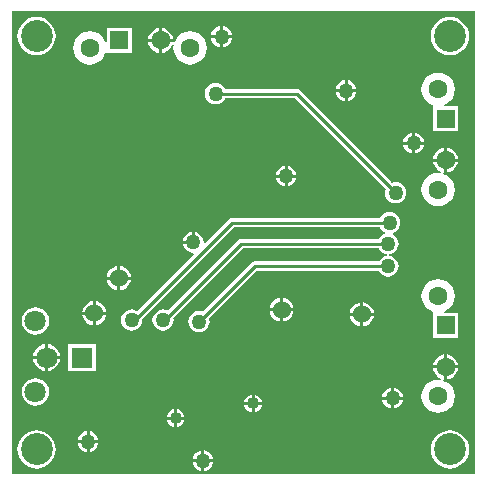
<source format=gbl>
G04*
G04 #@! TF.GenerationSoftware,Altium Limited,Altium Designer,19.1.8 (144)*
G04*
G04 Layer_Physical_Order=2*
G04 Layer_Color=16711680*
%FSLAX25Y25*%
%MOIN*%
G70*
G01*
G75*
%ADD11C,0.01000*%
%ADD63C,0.06299*%
%ADD64R,0.06299X0.06299*%
%ADD65R,0.06299X0.06299*%
%ADD66C,0.07087*%
%ADD67R,0.07087X0.07087*%
%ADD68C,0.10630*%
%ADD69C,0.04000*%
%ADD70C,0.06000*%
%ADD71C,0.05000*%
%ADD72C,0.02362*%
G36*
X155951Y-155951D02*
X1529D01*
Y-1529D01*
X155951D01*
Y-155951D01*
D02*
G37*
%LPC*%
G36*
X72000Y-6536D02*
Y-9500D01*
X74964D01*
X74910Y-9086D01*
X74557Y-8235D01*
X73996Y-7504D01*
X73265Y-6943D01*
X72414Y-6590D01*
X72000Y-6536D01*
D02*
G37*
G36*
X71000D02*
X70586Y-6590D01*
X69735Y-6943D01*
X69004Y-7504D01*
X68443Y-8235D01*
X68090Y-9086D01*
X68036Y-9500D01*
X71000D01*
Y-6536D01*
D02*
G37*
G36*
X51681Y-7180D02*
Y-10799D01*
X55301D01*
X55224Y-10216D01*
X54806Y-9206D01*
X54141Y-8340D01*
X53274Y-7675D01*
X52264Y-7256D01*
X51681Y-7180D01*
D02*
G37*
G36*
X50681D02*
X50098Y-7256D01*
X49088Y-7675D01*
X48222Y-8340D01*
X47556Y-9206D01*
X47138Y-10216D01*
X47061Y-10799D01*
X50681D01*
Y-7180D01*
D02*
G37*
G36*
X41551Y-7150D02*
X33252D01*
Y-11773D01*
X32752Y-11872D01*
X32387Y-10992D01*
X31501Y-9837D01*
X30347Y-8951D01*
X29002Y-8394D01*
X27559Y-8204D01*
X26116Y-8394D01*
X24771Y-8951D01*
X23617Y-9837D01*
X22731Y-10992D01*
X22174Y-12336D01*
X21984Y-13780D01*
X22174Y-15223D01*
X22731Y-16567D01*
X23617Y-17722D01*
X24771Y-18608D01*
X26116Y-19165D01*
X27559Y-19355D01*
X29002Y-19165D01*
X30347Y-18608D01*
X31501Y-17722D01*
X32387Y-16567D01*
X32801Y-15568D01*
X33252Y-15449D01*
X33392Y-15449D01*
X41551D01*
Y-7150D01*
D02*
G37*
G36*
X61024Y-8204D02*
X59581Y-8394D01*
X58236Y-8951D01*
X57081Y-9837D01*
X56195Y-10992D01*
X55779Y-11997D01*
X55292Y-11867D01*
X55301Y-11799D01*
X51681D01*
Y-15419D01*
X52264Y-15342D01*
X53274Y-14924D01*
X54141Y-14259D01*
X54806Y-13392D01*
X55083Y-12722D01*
X55570Y-12853D01*
X55448Y-13780D01*
X55638Y-15223D01*
X56195Y-16567D01*
X57081Y-17722D01*
X58236Y-18608D01*
X59581Y-19165D01*
X61024Y-19355D01*
X62467Y-19165D01*
X63811Y-18608D01*
X64966Y-17722D01*
X65852Y-16567D01*
X66409Y-15223D01*
X66599Y-13780D01*
X66409Y-12336D01*
X65852Y-10992D01*
X64966Y-9837D01*
X63811Y-8951D01*
X62467Y-8394D01*
X61024Y-8204D01*
D02*
G37*
G36*
X74964Y-10500D02*
X72000D01*
Y-13464D01*
X72414Y-13410D01*
X73265Y-13057D01*
X73996Y-12496D01*
X74557Y-11765D01*
X74910Y-10914D01*
X74964Y-10500D01*
D02*
G37*
G36*
X71000D02*
X68036D01*
X68090Y-10914D01*
X68443Y-11765D01*
X69004Y-12496D01*
X69735Y-13057D01*
X70586Y-13410D01*
X71000Y-13464D01*
Y-10500D01*
D02*
G37*
G36*
X50681Y-11799D02*
X47061D01*
X47138Y-12382D01*
X47556Y-13392D01*
X48222Y-14259D01*
X49088Y-14924D01*
X50098Y-15342D01*
X50681Y-15419D01*
Y-11799D01*
D02*
G37*
G36*
X147638Y-3497D02*
X146400Y-3619D01*
X145210Y-3980D01*
X144112Y-4566D01*
X143151Y-5356D01*
X142362Y-6317D01*
X141775Y-7414D01*
X141414Y-8605D01*
X141292Y-9843D01*
X141414Y-11080D01*
X141775Y-12271D01*
X142362Y-13368D01*
X143151Y-14330D01*
X144112Y-15119D01*
X145210Y-15705D01*
X146400Y-16066D01*
X147638Y-16188D01*
X148876Y-16066D01*
X150066Y-15705D01*
X151163Y-15119D01*
X152125Y-14330D01*
X152914Y-13368D01*
X153500Y-12271D01*
X153861Y-11080D01*
X153983Y-9843D01*
X153861Y-8605D01*
X153500Y-7414D01*
X152914Y-6317D01*
X152125Y-5356D01*
X151163Y-4566D01*
X150066Y-3980D01*
X148876Y-3619D01*
X147638Y-3497D01*
D02*
G37*
G36*
X9843D02*
X8605Y-3619D01*
X7414Y-3980D01*
X6317Y-4566D01*
X5356Y-5356D01*
X4566Y-6317D01*
X3980Y-7414D01*
X3619Y-8605D01*
X3497Y-9843D01*
X3619Y-11080D01*
X3980Y-12271D01*
X4566Y-13368D01*
X5356Y-14330D01*
X6317Y-15119D01*
X7414Y-15705D01*
X8605Y-16066D01*
X9843Y-16188D01*
X11080Y-16066D01*
X12271Y-15705D01*
X13368Y-15119D01*
X14330Y-14330D01*
X15119Y-13368D01*
X15705Y-12271D01*
X16066Y-11080D01*
X16188Y-9843D01*
X16066Y-8605D01*
X15705Y-7414D01*
X15119Y-6317D01*
X14330Y-5356D01*
X13368Y-4566D01*
X12271Y-3980D01*
X11080Y-3619D01*
X9843Y-3497D01*
D02*
G37*
G36*
X113500Y-24536D02*
Y-27500D01*
X116464D01*
X116410Y-27086D01*
X116057Y-26235D01*
X115496Y-25504D01*
X114765Y-24943D01*
X113914Y-24590D01*
X113500Y-24536D01*
D02*
G37*
G36*
X112500D02*
X112086Y-24590D01*
X111235Y-24943D01*
X110504Y-25504D01*
X109943Y-26235D01*
X109590Y-27086D01*
X109536Y-27500D01*
X112500D01*
Y-24536D01*
D02*
G37*
G36*
X116464Y-28500D02*
X113500D01*
Y-31464D01*
X113914Y-31410D01*
X114765Y-31057D01*
X115496Y-30496D01*
X116057Y-29765D01*
X116410Y-28914D01*
X116464Y-28500D01*
D02*
G37*
G36*
X112500D02*
X109536D01*
X109590Y-28914D01*
X109943Y-29765D01*
X110504Y-30496D01*
X111235Y-31057D01*
X112086Y-31410D01*
X112500Y-31464D01*
Y-28500D01*
D02*
G37*
G36*
X143701Y-21984D02*
X142258Y-22174D01*
X140913Y-22731D01*
X139759Y-23617D01*
X138873Y-24771D01*
X138315Y-26116D01*
X138126Y-27559D01*
X138315Y-29002D01*
X138873Y-30347D01*
X139759Y-31501D01*
X140913Y-32387D01*
X141912Y-32801D01*
X142032Y-33252D01*
X142032Y-33392D01*
Y-41551D01*
X150331D01*
Y-33252D01*
X145708D01*
X145608Y-32752D01*
X146488Y-32387D01*
X147643Y-31501D01*
X148529Y-30347D01*
X149086Y-29002D01*
X149276Y-27559D01*
X149086Y-26116D01*
X148529Y-24771D01*
X147643Y-23617D01*
X146488Y-22731D01*
X145144Y-22174D01*
X143701Y-21984D01*
D02*
G37*
G36*
X136000Y-42036D02*
Y-45000D01*
X138964D01*
X138910Y-44586D01*
X138557Y-43735D01*
X137996Y-43004D01*
X137265Y-42443D01*
X136414Y-42090D01*
X136000Y-42036D01*
D02*
G37*
G36*
X135000D02*
X134586Y-42090D01*
X133735Y-42443D01*
X133004Y-43004D01*
X132443Y-43735D01*
X132090Y-44586D01*
X132036Y-45000D01*
X135000D01*
Y-42036D01*
D02*
G37*
G36*
X138964Y-46000D02*
X136000D01*
Y-48964D01*
X136414Y-48910D01*
X137265Y-48557D01*
X137996Y-47996D01*
X138557Y-47265D01*
X138910Y-46414D01*
X138964Y-46000D01*
D02*
G37*
G36*
X135000D02*
X132036D01*
X132090Y-46414D01*
X132443Y-47265D01*
X133004Y-47996D01*
X133735Y-48557D01*
X134586Y-48910D01*
X135000Y-48964D01*
Y-46000D01*
D02*
G37*
G36*
X146681Y-47061D02*
Y-50681D01*
X150301D01*
X150224Y-50098D01*
X149806Y-49088D01*
X149141Y-48222D01*
X148274Y-47556D01*
X147264Y-47138D01*
X146681Y-47061D01*
D02*
G37*
G36*
X145681D02*
X145098Y-47138D01*
X144088Y-47556D01*
X143222Y-48222D01*
X142556Y-49088D01*
X142138Y-50098D01*
X142061Y-50681D01*
X145681D01*
Y-47061D01*
D02*
G37*
G36*
X150301Y-51681D02*
X146681D01*
Y-55301D01*
X147264Y-55224D01*
X148274Y-54806D01*
X149141Y-54141D01*
X149806Y-53274D01*
X150224Y-52264D01*
X150301Y-51681D01*
D02*
G37*
G36*
X145681D02*
X142061D01*
X142138Y-52264D01*
X142556Y-53274D01*
X143222Y-54141D01*
X144088Y-54806D01*
X144758Y-55083D01*
X144628Y-55570D01*
X143701Y-55448D01*
X142258Y-55638D01*
X140913Y-56195D01*
X139759Y-57081D01*
X138873Y-58236D01*
X138315Y-59581D01*
X138126Y-61024D01*
X138315Y-62467D01*
X138873Y-63811D01*
X139759Y-64966D01*
X140913Y-65852D01*
X142258Y-66409D01*
X143701Y-66599D01*
X145144Y-66409D01*
X146488Y-65852D01*
X147643Y-64966D01*
X148529Y-63811D01*
X149086Y-62467D01*
X149276Y-61024D01*
X149086Y-59581D01*
X148529Y-58236D01*
X147643Y-57081D01*
X146488Y-56195D01*
X145483Y-55779D01*
X145614Y-55292D01*
X145681Y-55301D01*
Y-51681D01*
D02*
G37*
G36*
X93500Y-53036D02*
Y-56000D01*
X96464D01*
X96410Y-55586D01*
X96057Y-54735D01*
X95496Y-54004D01*
X94765Y-53443D01*
X93914Y-53090D01*
X93500Y-53036D01*
D02*
G37*
G36*
X92500D02*
X92086Y-53090D01*
X91235Y-53443D01*
X90504Y-54004D01*
X89943Y-54735D01*
X89590Y-55586D01*
X89536Y-56000D01*
X92500D01*
Y-53036D01*
D02*
G37*
G36*
X96464Y-57000D02*
X93500D01*
Y-59964D01*
X93914Y-59910D01*
X94765Y-59557D01*
X95496Y-58996D01*
X96057Y-58265D01*
X96410Y-57414D01*
X96464Y-57000D01*
D02*
G37*
G36*
X92500D02*
X89536D01*
X89590Y-57414D01*
X89943Y-58265D01*
X90504Y-58996D01*
X91235Y-59557D01*
X92086Y-59910D01*
X92500Y-59964D01*
Y-57000D01*
D02*
G37*
G36*
X69500Y-25470D02*
X68586Y-25590D01*
X67735Y-25943D01*
X67004Y-26504D01*
X66443Y-27235D01*
X66090Y-28086D01*
X65970Y-29000D01*
X66090Y-29914D01*
X66443Y-30765D01*
X67004Y-31496D01*
X67735Y-32057D01*
X68586Y-32410D01*
X69500Y-32530D01*
X70414Y-32410D01*
X71265Y-32057D01*
X71996Y-31496D01*
X72557Y-30765D01*
X72655Y-30529D01*
X95867D01*
X126188Y-60851D01*
X126090Y-61086D01*
X125970Y-62000D01*
X126090Y-62914D01*
X126443Y-63765D01*
X127004Y-64496D01*
X127735Y-65057D01*
X128586Y-65410D01*
X129500Y-65530D01*
X130414Y-65410D01*
X131265Y-65057D01*
X131996Y-64496D01*
X132557Y-63765D01*
X132910Y-62914D01*
X133030Y-62000D01*
X132910Y-61086D01*
X132557Y-60235D01*
X131996Y-59504D01*
X131265Y-58943D01*
X130414Y-58590D01*
X129500Y-58470D01*
X128586Y-58590D01*
X128351Y-58688D01*
X97581Y-27919D01*
X97085Y-27587D01*
X96500Y-27471D01*
X72655D01*
X72557Y-27235D01*
X71996Y-26504D01*
X71265Y-25943D01*
X70414Y-25590D01*
X69500Y-25470D01*
D02*
G37*
G36*
X61500Y-75036D02*
X61086Y-75090D01*
X60235Y-75443D01*
X59504Y-76004D01*
X58943Y-76735D01*
X58590Y-77586D01*
X58536Y-78000D01*
X61500D01*
Y-75036D01*
D02*
G37*
G36*
X37800Y-86531D02*
Y-90000D01*
X41269D01*
X41197Y-89456D01*
X40794Y-88483D01*
X40153Y-87647D01*
X39317Y-87006D01*
X38344Y-86603D01*
X37800Y-86531D01*
D02*
G37*
G36*
X36800D02*
X36256Y-86603D01*
X35283Y-87006D01*
X34447Y-87647D01*
X33806Y-88483D01*
X33403Y-89456D01*
X33331Y-90000D01*
X36800D01*
Y-86531D01*
D02*
G37*
G36*
X127500Y-68470D02*
X126586Y-68590D01*
X125735Y-68943D01*
X125004Y-69504D01*
X124443Y-70235D01*
X124345Y-70471D01*
X75000D01*
X74415Y-70587D01*
X73919Y-70919D01*
X65989Y-78848D01*
X65515Y-78615D01*
X65530Y-78500D01*
X65410Y-77586D01*
X65057Y-76735D01*
X64496Y-76004D01*
X63765Y-75443D01*
X62914Y-75090D01*
X62500Y-75036D01*
Y-78500D01*
X62000D01*
Y-79000D01*
X58536D01*
X58590Y-79414D01*
X58943Y-80265D01*
X59504Y-80996D01*
X60235Y-81557D01*
X61086Y-81910D01*
X62000Y-82030D01*
X62115Y-82015D01*
X62349Y-82489D01*
X43338Y-101499D01*
X43265Y-101443D01*
X42414Y-101090D01*
X41500Y-100970D01*
X40586Y-101090D01*
X39735Y-101443D01*
X39004Y-102004D01*
X38443Y-102735D01*
X38090Y-103586D01*
X37970Y-104500D01*
X38090Y-105414D01*
X38443Y-106265D01*
X39004Y-106996D01*
X39735Y-107557D01*
X40586Y-107910D01*
X41500Y-108030D01*
X42414Y-107910D01*
X43265Y-107557D01*
X43996Y-106996D01*
X44557Y-106265D01*
X44910Y-105414D01*
X45030Y-104500D01*
X44987Y-104175D01*
X75634Y-73529D01*
X124345D01*
X124443Y-73765D01*
X125004Y-74496D01*
X125735Y-75057D01*
X125906Y-75128D01*
X125900Y-75667D01*
X125235Y-75943D01*
X124504Y-76504D01*
X123943Y-77235D01*
X123845Y-77471D01*
X78000D01*
X77415Y-77587D01*
X76919Y-77919D01*
X53503Y-101334D01*
X52914Y-101090D01*
X52000Y-100970D01*
X51086Y-101090D01*
X50235Y-101443D01*
X49504Y-102004D01*
X48943Y-102735D01*
X48590Y-103586D01*
X48470Y-104500D01*
X48590Y-105414D01*
X48943Y-106265D01*
X49504Y-106996D01*
X50235Y-107557D01*
X51086Y-107910D01*
X52000Y-108030D01*
X52914Y-107910D01*
X53765Y-107557D01*
X54496Y-106996D01*
X55057Y-106265D01*
X55410Y-105414D01*
X55530Y-104500D01*
X55429Y-103734D01*
X78633Y-80529D01*
X123845D01*
X123943Y-80765D01*
X124504Y-81496D01*
X125235Y-82057D01*
X126086Y-82410D01*
X126746Y-82497D01*
X126754Y-82498D01*
Y-83002D01*
X126746Y-83003D01*
X126086Y-83090D01*
X125235Y-83443D01*
X124504Y-84004D01*
X123943Y-84735D01*
X123845Y-84971D01*
X82500D01*
X81915Y-85087D01*
X81419Y-85419D01*
X65149Y-101688D01*
X64914Y-101590D01*
X64000Y-101470D01*
X63086Y-101590D01*
X62235Y-101943D01*
X61504Y-102504D01*
X60943Y-103235D01*
X60590Y-104086D01*
X60470Y-105000D01*
X60590Y-105914D01*
X60943Y-106765D01*
X61504Y-107496D01*
X62235Y-108057D01*
X63086Y-108410D01*
X64000Y-108530D01*
X64914Y-108410D01*
X65765Y-108057D01*
X66496Y-107496D01*
X67057Y-106765D01*
X67410Y-105914D01*
X67530Y-105000D01*
X67410Y-104086D01*
X67312Y-103851D01*
X83134Y-88029D01*
X123845D01*
X123943Y-88265D01*
X124504Y-88996D01*
X125235Y-89557D01*
X126086Y-89910D01*
X127000Y-90030D01*
X127914Y-89910D01*
X128765Y-89557D01*
X129496Y-88996D01*
X130057Y-88265D01*
X130410Y-87414D01*
X130530Y-86500D01*
X130410Y-85586D01*
X130057Y-84735D01*
X129496Y-84004D01*
X128765Y-83443D01*
X127914Y-83090D01*
X127254Y-83003D01*
X127246Y-83002D01*
Y-82498D01*
X127254Y-82497D01*
X127914Y-82410D01*
X128765Y-82057D01*
X129496Y-81496D01*
X130057Y-80765D01*
X130410Y-79914D01*
X130530Y-79000D01*
X130410Y-78086D01*
X130057Y-77235D01*
X129496Y-76504D01*
X128765Y-75943D01*
X128594Y-75872D01*
X128600Y-75333D01*
X129265Y-75057D01*
X129996Y-74496D01*
X130557Y-73765D01*
X130910Y-72914D01*
X131030Y-72000D01*
X130910Y-71086D01*
X130557Y-70235D01*
X129996Y-69504D01*
X129265Y-68943D01*
X128414Y-68590D01*
X127500Y-68470D01*
D02*
G37*
G36*
X41269Y-91000D02*
X37800D01*
Y-94469D01*
X38344Y-94397D01*
X39317Y-93994D01*
X40153Y-93353D01*
X40794Y-92517D01*
X41197Y-91544D01*
X41269Y-91000D01*
D02*
G37*
G36*
X36800D02*
X33331D01*
X33403Y-91544D01*
X33806Y-92517D01*
X34447Y-93353D01*
X35283Y-93994D01*
X36256Y-94397D01*
X36800Y-94469D01*
Y-91000D01*
D02*
G37*
G36*
X92000Y-97031D02*
Y-100500D01*
X95469D01*
X95397Y-99956D01*
X94994Y-98983D01*
X94353Y-98147D01*
X93517Y-97506D01*
X92544Y-97103D01*
X92000Y-97031D01*
D02*
G37*
G36*
X91000D02*
X90456Y-97103D01*
X89483Y-97506D01*
X88647Y-98147D01*
X88006Y-98983D01*
X87603Y-99956D01*
X87531Y-100500D01*
X91000D01*
Y-97031D01*
D02*
G37*
G36*
X29600Y-98231D02*
Y-101700D01*
X33069D01*
X32997Y-101156D01*
X32594Y-100183D01*
X31953Y-99347D01*
X31117Y-98706D01*
X30144Y-98303D01*
X29600Y-98231D01*
D02*
G37*
G36*
X28600D02*
X28056Y-98303D01*
X27083Y-98706D01*
X26247Y-99347D01*
X25606Y-100183D01*
X25203Y-101156D01*
X25131Y-101700D01*
X28600D01*
Y-98231D01*
D02*
G37*
G36*
X118800Y-98631D02*
Y-102100D01*
X122269D01*
X122197Y-101556D01*
X121794Y-100583D01*
X121153Y-99747D01*
X120317Y-99106D01*
X119344Y-98703D01*
X118800Y-98631D01*
D02*
G37*
G36*
X117800D02*
X117256Y-98703D01*
X116283Y-99106D01*
X115447Y-99747D01*
X114806Y-100583D01*
X114403Y-101556D01*
X114331Y-102100D01*
X117800D01*
Y-98631D01*
D02*
G37*
G36*
X95469Y-101500D02*
X92000D01*
Y-104969D01*
X92544Y-104897D01*
X93517Y-104494D01*
X94353Y-103853D01*
X94994Y-103017D01*
X95397Y-102044D01*
X95469Y-101500D01*
D02*
G37*
G36*
X91000D02*
X87531D01*
X87603Y-102044D01*
X88006Y-103017D01*
X88647Y-103853D01*
X89483Y-104494D01*
X90456Y-104897D01*
X91000Y-104969D01*
Y-101500D01*
D02*
G37*
G36*
X33069Y-102700D02*
X29600D01*
Y-106169D01*
X30144Y-106097D01*
X31117Y-105694D01*
X31953Y-105053D01*
X32594Y-104217D01*
X32997Y-103244D01*
X33069Y-102700D01*
D02*
G37*
G36*
X28600D02*
X25131D01*
X25203Y-103244D01*
X25606Y-104217D01*
X26247Y-105053D01*
X27083Y-105694D01*
X28056Y-106097D01*
X28600Y-106169D01*
Y-102700D01*
D02*
G37*
G36*
X122269Y-103100D02*
X118800D01*
Y-106569D01*
X119344Y-106497D01*
X120317Y-106094D01*
X121153Y-105453D01*
X121794Y-104617D01*
X122197Y-103644D01*
X122269Y-103100D01*
D02*
G37*
G36*
X117800D02*
X114331D01*
X114403Y-103644D01*
X114806Y-104617D01*
X115447Y-105453D01*
X116283Y-106094D01*
X117256Y-106497D01*
X117800Y-106569D01*
Y-103100D01*
D02*
G37*
G36*
X9488Y-100213D02*
X8302Y-100369D01*
X7197Y-100827D01*
X6248Y-101555D01*
X5520Y-102504D01*
X5062Y-103609D01*
X4906Y-104795D01*
X5062Y-105981D01*
X5520Y-107087D01*
X6248Y-108036D01*
X7197Y-108764D01*
X8302Y-109222D01*
X9488Y-109378D01*
X10674Y-109222D01*
X11779Y-108764D01*
X12729Y-108036D01*
X13457Y-107087D01*
X13915Y-105981D01*
X14071Y-104795D01*
X13915Y-103609D01*
X13457Y-102504D01*
X12729Y-101555D01*
X11779Y-100827D01*
X10674Y-100369D01*
X9488Y-100213D01*
D02*
G37*
G36*
X143701Y-90881D02*
X142258Y-91071D01*
X140913Y-91628D01*
X139759Y-92514D01*
X138873Y-93669D01*
X138315Y-95014D01*
X138126Y-96457D01*
X138315Y-97900D01*
X138873Y-99244D01*
X139759Y-100399D01*
X140913Y-101285D01*
X141912Y-101699D01*
X142032Y-102150D01*
X142032Y-102289D01*
Y-110449D01*
X150331D01*
Y-102150D01*
X145708D01*
X145608Y-101650D01*
X146488Y-101285D01*
X147643Y-100399D01*
X148529Y-99244D01*
X149086Y-97900D01*
X149276Y-96457D01*
X149086Y-95014D01*
X148529Y-93669D01*
X147643Y-92514D01*
X146488Y-91628D01*
X145144Y-91071D01*
X143701Y-90881D01*
D02*
G37*
G36*
X13689Y-112483D02*
Y-116500D01*
X17706D01*
X17615Y-115814D01*
X17157Y-114709D01*
X16429Y-113760D01*
X15480Y-113031D01*
X14375Y-112574D01*
X13689Y-112483D01*
D02*
G37*
G36*
X12689D02*
X12003Y-112574D01*
X10898Y-113031D01*
X9949Y-113760D01*
X9220Y-114709D01*
X8763Y-115814D01*
X8672Y-116500D01*
X12689D01*
Y-112483D01*
D02*
G37*
G36*
X146681Y-115959D02*
Y-119579D01*
X150301D01*
X150224Y-118995D01*
X149806Y-117986D01*
X149141Y-117119D01*
X148274Y-116454D01*
X147264Y-116036D01*
X146681Y-115959D01*
D02*
G37*
G36*
X145681D02*
X145098Y-116036D01*
X144088Y-116454D01*
X143222Y-117119D01*
X142556Y-117986D01*
X142138Y-118995D01*
X142061Y-119579D01*
X145681D01*
Y-115959D01*
D02*
G37*
G36*
X17706Y-117500D02*
X13689D01*
Y-121517D01*
X14375Y-121426D01*
X15480Y-120969D01*
X16429Y-120240D01*
X17157Y-119291D01*
X17615Y-118186D01*
X17706Y-117500D01*
D02*
G37*
G36*
X12689D02*
X8672D01*
X8763Y-118186D01*
X9220Y-119291D01*
X9949Y-120240D01*
X10898Y-120969D01*
X12003Y-121426D01*
X12689Y-121517D01*
Y-117500D01*
D02*
G37*
G36*
X29543Y-112457D02*
X20457D01*
Y-121543D01*
X29543D01*
Y-112457D01*
D02*
G37*
G36*
X150301Y-120579D02*
X146681D01*
Y-124198D01*
X147264Y-124121D01*
X148274Y-123703D01*
X149141Y-123038D01*
X149806Y-122171D01*
X150224Y-121162D01*
X150301Y-120579D01*
D02*
G37*
G36*
X145681D02*
X142061D01*
X142138Y-121162D01*
X142556Y-122171D01*
X143222Y-123038D01*
X144088Y-123703D01*
X144758Y-123981D01*
X144628Y-124468D01*
X143701Y-124346D01*
X142258Y-124536D01*
X140913Y-125093D01*
X139759Y-125979D01*
X138873Y-127134D01*
X138315Y-128478D01*
X138126Y-129921D01*
X138315Y-131364D01*
X138873Y-132709D01*
X139759Y-133864D01*
X140913Y-134750D01*
X142258Y-135307D01*
X143701Y-135496D01*
X145144Y-135307D01*
X146488Y-134750D01*
X147643Y-133864D01*
X148529Y-132709D01*
X149086Y-131364D01*
X149276Y-129921D01*
X149086Y-128478D01*
X148529Y-127134D01*
X147643Y-125979D01*
X146488Y-125093D01*
X145483Y-124677D01*
X145614Y-124189D01*
X145681Y-124198D01*
Y-120579D01*
D02*
G37*
G36*
X129000Y-127036D02*
Y-130000D01*
X131964D01*
X131910Y-129586D01*
X131557Y-128735D01*
X130996Y-128004D01*
X130265Y-127443D01*
X129414Y-127090D01*
X129000Y-127036D01*
D02*
G37*
G36*
X128000D02*
X127586Y-127090D01*
X126735Y-127443D01*
X126004Y-128004D01*
X125443Y-128735D01*
X125090Y-129586D01*
X125036Y-130000D01*
X128000D01*
Y-127036D01*
D02*
G37*
G36*
X82500Y-129340D02*
Y-131800D01*
X84960D01*
X84923Y-131517D01*
X84620Y-130787D01*
X84140Y-130160D01*
X83513Y-129680D01*
X82783Y-129377D01*
X82500Y-129340D01*
D02*
G37*
G36*
X81500D02*
X81217Y-129377D01*
X80487Y-129680D01*
X79860Y-130160D01*
X79379Y-130787D01*
X79077Y-131517D01*
X79040Y-131800D01*
X81500D01*
Y-129340D01*
D02*
G37*
G36*
X9488Y-123835D02*
X8302Y-123991D01*
X7197Y-124449D01*
X6248Y-125177D01*
X5520Y-126126D01*
X5062Y-127231D01*
X4906Y-128417D01*
X5062Y-129603D01*
X5520Y-130709D01*
X6248Y-131658D01*
X7197Y-132386D01*
X8302Y-132844D01*
X9488Y-133000D01*
X10674Y-132844D01*
X11779Y-132386D01*
X12729Y-131658D01*
X13457Y-130709D01*
X13915Y-129603D01*
X14071Y-128417D01*
X13915Y-127231D01*
X13457Y-126126D01*
X12729Y-125177D01*
X11779Y-124449D01*
X10674Y-123991D01*
X9488Y-123835D01*
D02*
G37*
G36*
X131964Y-131000D02*
X129000D01*
Y-133964D01*
X129414Y-133910D01*
X130265Y-133557D01*
X130996Y-132996D01*
X131557Y-132265D01*
X131910Y-131414D01*
X131964Y-131000D01*
D02*
G37*
G36*
X128000D02*
X125036D01*
X125090Y-131414D01*
X125443Y-132265D01*
X126004Y-132996D01*
X126735Y-133557D01*
X127586Y-133910D01*
X128000Y-133964D01*
Y-131000D01*
D02*
G37*
G36*
X84960Y-132800D02*
X82500D01*
Y-135260D01*
X82783Y-135223D01*
X83513Y-134921D01*
X84140Y-134440D01*
X84620Y-133813D01*
X84923Y-133083D01*
X84960Y-132800D01*
D02*
G37*
G36*
X81500D02*
X79040D01*
X79077Y-133083D01*
X79379Y-133813D01*
X79860Y-134440D01*
X80487Y-134921D01*
X81217Y-135223D01*
X81500Y-135260D01*
Y-132800D01*
D02*
G37*
G36*
X56700Y-134240D02*
Y-136700D01*
X59160D01*
X59123Y-136417D01*
X58820Y-135687D01*
X58340Y-135060D01*
X57713Y-134580D01*
X56983Y-134277D01*
X56700Y-134240D01*
D02*
G37*
G36*
X55700D02*
X55417Y-134277D01*
X54687Y-134580D01*
X54060Y-135060D01*
X53579Y-135687D01*
X53277Y-136417D01*
X53240Y-136700D01*
X55700D01*
Y-134240D01*
D02*
G37*
G36*
X59160Y-137700D02*
X56700D01*
Y-140160D01*
X56983Y-140123D01*
X57713Y-139821D01*
X58340Y-139340D01*
X58820Y-138713D01*
X59123Y-137983D01*
X59160Y-137700D01*
D02*
G37*
G36*
X55700D02*
X53240D01*
X53277Y-137983D01*
X53579Y-138713D01*
X54060Y-139340D01*
X54687Y-139821D01*
X55417Y-140123D01*
X55700Y-140160D01*
Y-137700D01*
D02*
G37*
G36*
X27500Y-141536D02*
Y-144500D01*
X30464D01*
X30410Y-144086D01*
X30057Y-143235D01*
X29496Y-142504D01*
X28765Y-141943D01*
X27914Y-141590D01*
X27500Y-141536D01*
D02*
G37*
G36*
X26500D02*
X26086Y-141590D01*
X25235Y-141943D01*
X24504Y-142504D01*
X23943Y-143235D01*
X23590Y-144086D01*
X23536Y-144500D01*
X26500D01*
Y-141536D01*
D02*
G37*
G36*
X30464Y-145500D02*
X27500D01*
Y-148464D01*
X27914Y-148410D01*
X28765Y-148057D01*
X29496Y-147496D01*
X30057Y-146765D01*
X30410Y-145914D01*
X30464Y-145500D01*
D02*
G37*
G36*
X26500D02*
X23536D01*
X23590Y-145914D01*
X23943Y-146765D01*
X24504Y-147496D01*
X25235Y-148057D01*
X26086Y-148410D01*
X26500Y-148464D01*
Y-145500D01*
D02*
G37*
G36*
X65800Y-147936D02*
Y-150900D01*
X68764D01*
X68710Y-150486D01*
X68357Y-149635D01*
X67796Y-148904D01*
X67065Y-148343D01*
X66214Y-147990D01*
X65800Y-147936D01*
D02*
G37*
G36*
X64800D02*
X64386Y-147990D01*
X63535Y-148343D01*
X62804Y-148904D01*
X62243Y-149635D01*
X61890Y-150486D01*
X61836Y-150900D01*
X64800D01*
Y-147936D01*
D02*
G37*
G36*
X147638Y-141292D02*
X146400Y-141414D01*
X145210Y-141775D01*
X144112Y-142362D01*
X143151Y-143151D01*
X142362Y-144112D01*
X141775Y-145210D01*
X141414Y-146400D01*
X141292Y-147638D01*
X141414Y-148876D01*
X141775Y-150066D01*
X142362Y-151163D01*
X143151Y-152125D01*
X144112Y-152914D01*
X145210Y-153500D01*
X146400Y-153861D01*
X147638Y-153983D01*
X148876Y-153861D01*
X150066Y-153500D01*
X151163Y-152914D01*
X152125Y-152125D01*
X152914Y-151163D01*
X153500Y-150066D01*
X153861Y-148876D01*
X153983Y-147638D01*
X153861Y-146400D01*
X153500Y-145210D01*
X152914Y-144112D01*
X152125Y-143151D01*
X151163Y-142362D01*
X150066Y-141775D01*
X148876Y-141414D01*
X147638Y-141292D01*
D02*
G37*
G36*
X9843D02*
X8605Y-141414D01*
X7414Y-141775D01*
X6317Y-142362D01*
X5356Y-143151D01*
X4566Y-144112D01*
X3980Y-145210D01*
X3619Y-146400D01*
X3497Y-147638D01*
X3619Y-148876D01*
X3980Y-150066D01*
X4566Y-151163D01*
X5356Y-152125D01*
X6317Y-152914D01*
X7414Y-153500D01*
X8605Y-153861D01*
X9843Y-153983D01*
X11080Y-153861D01*
X12271Y-153500D01*
X13368Y-152914D01*
X14330Y-152125D01*
X15119Y-151163D01*
X15705Y-150066D01*
X16066Y-148876D01*
X16188Y-147638D01*
X16066Y-146400D01*
X15705Y-145210D01*
X15119Y-144112D01*
X14330Y-143151D01*
X13368Y-142362D01*
X12271Y-141775D01*
X11080Y-141414D01*
X9843Y-141292D01*
D02*
G37*
G36*
X68764Y-151900D02*
X65800D01*
Y-154864D01*
X66214Y-154810D01*
X67065Y-154457D01*
X67796Y-153896D01*
X68357Y-153165D01*
X68710Y-152314D01*
X68764Y-151900D01*
D02*
G37*
G36*
X64800D02*
X61836D01*
X61890Y-152314D01*
X62243Y-153165D01*
X62804Y-153896D01*
X63535Y-154457D01*
X64386Y-154810D01*
X64800Y-154864D01*
Y-151900D01*
D02*
G37*
%LPD*%
D11*
X96500Y-29000D02*
X129500Y-62000D01*
X64000Y-105000D02*
X82500Y-86500D01*
X52000Y-104500D02*
X52500D01*
X78000Y-79000D01*
X41500Y-104500D02*
X42500D01*
X75000Y-72000D01*
X41500Y-105500D02*
Y-104500D01*
Y-105500D02*
X41657Y-105657D01*
X69500Y-29000D02*
X96500D01*
X75000Y-72000D02*
X127500D01*
X78000Y-79000D02*
X127000D01*
X82500Y-86500D02*
X127000D01*
D63*
X143701Y-61024D02*
D03*
Y-27559D02*
D03*
X146181Y-51181D02*
D03*
X61024Y-13780D02*
D03*
X27559D02*
D03*
X51181Y-11299D02*
D03*
X143701Y-129921D02*
D03*
Y-96457D02*
D03*
X146181Y-120079D02*
D03*
D64*
Y-37402D02*
D03*
Y-106299D02*
D03*
D65*
X37402Y-11299D02*
D03*
D66*
X9488Y-104795D02*
D03*
Y-128417D02*
D03*
X13189Y-117000D02*
D03*
D67*
X25000D02*
D03*
D68*
X9843Y-9843D02*
D03*
X147638D02*
D03*
Y-147638D02*
D03*
X9843D02*
D03*
D69*
X82000Y-132300D02*
D03*
X56200Y-137200D02*
D03*
D70*
X118300Y-102600D02*
D03*
X29100Y-102200D02*
D03*
X37300Y-90500D02*
D03*
X91500Y-101000D02*
D03*
D71*
X129500Y-62000D02*
D03*
X64000Y-105000D02*
D03*
X52000Y-104500D02*
D03*
X41500D02*
D03*
X135500Y-45500D02*
D03*
X62000Y-78500D02*
D03*
X113000Y-28000D02*
D03*
X93000Y-56500D02*
D03*
X128500Y-130500D02*
D03*
X65300Y-151400D02*
D03*
X27000Y-145000D02*
D03*
X69500Y-29000D02*
D03*
X127500Y-72000D02*
D03*
X127000Y-79000D02*
D03*
Y-86500D02*
D03*
X71500Y-10000D02*
D03*
D72*
X57331Y-126831D02*
D03*
X53000D02*
D03*
X48669D02*
D03*
X57331Y-122500D02*
D03*
X53000D02*
D03*
X48669D02*
D03*
X57331Y-118169D02*
D03*
X53000D02*
D03*
X48669D02*
D03*
M02*

</source>
